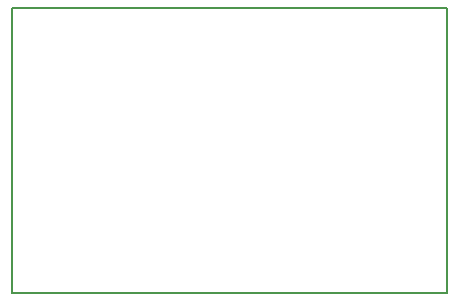
<source format=gm1>
G04 #@! TF.FileFunction,Profile,NP*
%FSLAX46Y46*%
G04 Gerber Fmt 4.6, Leading zero omitted, Abs format (unit mm)*
G04 Created by KiCad (PCBNEW 4.0.2-stable) date Sat Apr  2 12:17:37 2016*
%MOMM*%
G01*
G04 APERTURE LIST*
%ADD10C,0.100000*%
%ADD11C,0.150000*%
G04 APERTURE END LIST*
D10*
D11*
X125730000Y-116840000D02*
X162560000Y-116840000D01*
X125730000Y-92710000D02*
X125730000Y-116840000D01*
X127000000Y-92710000D02*
X125730000Y-92710000D01*
X162560000Y-92710000D02*
X127000000Y-92710000D01*
X162560000Y-116840000D02*
X162560000Y-92710000D01*
M02*

</source>
